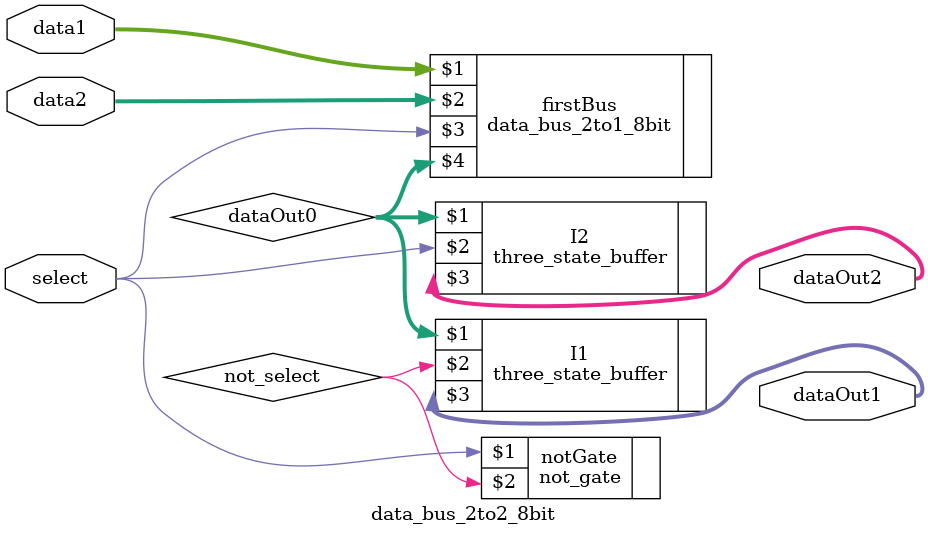
<source format=v>
`timescale 1ns / 1ps


module data_bus_2to2_8bit(
    input wire [7:0] data1,
    input wire [7:0] data2,
    input wire select,
    output wire [7:0] dataOut1,
    output wire [7:0] dataOut2
    );
    
    wire[7:0] dataOut0;
    wire not_select;
    not_gate notGate(select, not_select);
    
    data_bus_2to1_8bit firstBus(data1,data2,select,dataOut0);
    three_state_buffer I1(dataOut0, not_select, dataOut1);
    three_state_buffer I2(dataOut0, select, dataOut2);
    
endmodule

</source>
